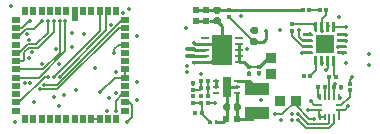
<source format=gbr>
G04 #@! TF.GenerationSoftware,KiCad,Pcbnew,(5.1.12)-1*
G04 #@! TF.CreationDate,2024-03-07T16:38:44+08:00*
G04 #@! TF.ProjectId,CM2_MesoScope,434d325f-4d65-4736-9f53-636f70652e6b,rev?*
G04 #@! TF.SameCoordinates,Original*
G04 #@! TF.FileFunction,Copper,L4,Bot*
G04 #@! TF.FilePolarity,Positive*
%FSLAX46Y46*%
G04 Gerber Fmt 4.6, Leading zero omitted, Abs format (unit mm)*
G04 Created by KiCad (PCBNEW (5.1.12)-1) date 2024-03-07 16:38:44*
%MOMM*%
%LPD*%
G01*
G04 APERTURE LIST*
G04 #@! TA.AperFunction,SMDPad,CuDef*
%ADD10R,0.610000X0.220000*%
G04 #@! TD*
G04 #@! TA.AperFunction,SMDPad,CuDef*
%ADD11R,0.220000X0.610000*%
G04 #@! TD*
G04 #@! TA.AperFunction,SMDPad,CuDef*
%ADD12R,1.500000X1.500000*%
G04 #@! TD*
G04 #@! TA.AperFunction,SMDPad,CuDef*
%ADD13R,0.310000X0.340000*%
G04 #@! TD*
G04 #@! TA.AperFunction,SMDPad,CuDef*
%ADD14R,0.340000X0.310000*%
G04 #@! TD*
G04 #@! TA.AperFunction,SMDPad,CuDef*
%ADD15R,0.630000X0.580000*%
G04 #@! TD*
G04 #@! TA.AperFunction,SMDPad,CuDef*
%ADD16R,0.580000X0.630000*%
G04 #@! TD*
G04 #@! TA.AperFunction,SMDPad,CuDef*
%ADD17R,0.920000X0.890000*%
G04 #@! TD*
G04 #@! TA.AperFunction,SMDPad,CuDef*
%ADD18R,0.810000X0.870000*%
G04 #@! TD*
G04 #@! TA.AperFunction,SMDPad,CuDef*
%ADD19R,0.740000X0.500000*%
G04 #@! TD*
G04 #@! TA.AperFunction,SMDPad,CuDef*
%ADD20R,0.500000X0.740000*%
G04 #@! TD*
G04 #@! TA.AperFunction,SMDPad,CuDef*
%ADD21R,0.500000X1.248000*%
G04 #@! TD*
G04 #@! TA.AperFunction,SMDPad,CuDef*
%ADD22R,1.800000X2.500000*%
G04 #@! TD*
G04 #@! TA.AperFunction,SMDPad,CuDef*
%ADD23R,0.660000X0.260000*%
G04 #@! TD*
G04 #@! TA.AperFunction,SMDPad,CuDef*
%ADD24R,0.800000X1.700000*%
G04 #@! TD*
G04 #@! TA.AperFunction,SMDPad,CuDef*
%ADD25R,0.560000X0.260000*%
G04 #@! TD*
G04 #@! TA.AperFunction,SMDPad,CuDef*
%ADD26R,2.120000X1.090000*%
G04 #@! TD*
G04 #@! TA.AperFunction,ViaPad*
%ADD27C,0.350000*%
G04 #@! TD*
G04 #@! TA.AperFunction,Conductor*
%ADD28C,0.152400*%
G04 #@! TD*
G04 #@! TA.AperFunction,Conductor*
%ADD29C,0.254000*%
G04 #@! TD*
G04 #@! TA.AperFunction,Conductor*
%ADD30C,0.304800*%
G04 #@! TD*
G04 APERTURE END LIST*
D10*
X124054640Y-116434480D03*
X124054640Y-116834480D03*
D11*
X124099640Y-117479480D03*
X124499640Y-117479480D03*
X124899640Y-117479480D03*
X125299640Y-117479480D03*
X125699640Y-117479480D03*
D10*
X125744640Y-116834480D03*
X125744640Y-116434480D03*
D11*
X125699640Y-115789480D03*
X125299640Y-115789480D03*
X124899640Y-115789480D03*
X124499640Y-115789480D03*
X124099640Y-115789480D03*
D12*
X124507160Y-111270820D03*
G04 #@! TA.AperFunction,SMDPad,CuDef*
G36*
G01*
X122694660Y-110395820D02*
X123444660Y-110395820D01*
G75*
G02*
X123507160Y-110458320I0J-62500D01*
G01*
X123507160Y-110583320D01*
G75*
G02*
X123444660Y-110645820I-62500J0D01*
G01*
X122694660Y-110645820D01*
G75*
G02*
X122632160Y-110583320I0J62500D01*
G01*
X122632160Y-110458320D01*
G75*
G02*
X122694660Y-110395820I62500J0D01*
G01*
G37*
G04 #@! TD.AperFunction*
G04 #@! TA.AperFunction,SMDPad,CuDef*
G36*
G01*
X122694660Y-110895820D02*
X123444660Y-110895820D01*
G75*
G02*
X123507160Y-110958320I0J-62500D01*
G01*
X123507160Y-111083320D01*
G75*
G02*
X123444660Y-111145820I-62500J0D01*
G01*
X122694660Y-111145820D01*
G75*
G02*
X122632160Y-111083320I0J62500D01*
G01*
X122632160Y-110958320D01*
G75*
G02*
X122694660Y-110895820I62500J0D01*
G01*
G37*
G04 #@! TD.AperFunction*
G04 #@! TA.AperFunction,SMDPad,CuDef*
G36*
G01*
X122694660Y-111395820D02*
X123444660Y-111395820D01*
G75*
G02*
X123507160Y-111458320I0J-62500D01*
G01*
X123507160Y-111583320D01*
G75*
G02*
X123444660Y-111645820I-62500J0D01*
G01*
X122694660Y-111645820D01*
G75*
G02*
X122632160Y-111583320I0J62500D01*
G01*
X122632160Y-111458320D01*
G75*
G02*
X122694660Y-111395820I62500J0D01*
G01*
G37*
G04 #@! TD.AperFunction*
G04 #@! TA.AperFunction,SMDPad,CuDef*
G36*
G01*
X122694660Y-111895820D02*
X123444660Y-111895820D01*
G75*
G02*
X123507160Y-111958320I0J-62500D01*
G01*
X123507160Y-112083320D01*
G75*
G02*
X123444660Y-112145820I-62500J0D01*
G01*
X122694660Y-112145820D01*
G75*
G02*
X122632160Y-112083320I0J62500D01*
G01*
X122632160Y-111958320D01*
G75*
G02*
X122694660Y-111895820I62500J0D01*
G01*
G37*
G04 #@! TD.AperFunction*
G04 #@! TA.AperFunction,SMDPad,CuDef*
G36*
G01*
X123694660Y-112270820D02*
X123819660Y-112270820D01*
G75*
G02*
X123882160Y-112333320I0J-62500D01*
G01*
X123882160Y-113083320D01*
G75*
G02*
X123819660Y-113145820I-62500J0D01*
G01*
X123694660Y-113145820D01*
G75*
G02*
X123632160Y-113083320I0J62500D01*
G01*
X123632160Y-112333320D01*
G75*
G02*
X123694660Y-112270820I62500J0D01*
G01*
G37*
G04 #@! TD.AperFunction*
G04 #@! TA.AperFunction,SMDPad,CuDef*
G36*
G01*
X124194660Y-112270820D02*
X124319660Y-112270820D01*
G75*
G02*
X124382160Y-112333320I0J-62500D01*
G01*
X124382160Y-113083320D01*
G75*
G02*
X124319660Y-113145820I-62500J0D01*
G01*
X124194660Y-113145820D01*
G75*
G02*
X124132160Y-113083320I0J62500D01*
G01*
X124132160Y-112333320D01*
G75*
G02*
X124194660Y-112270820I62500J0D01*
G01*
G37*
G04 #@! TD.AperFunction*
G04 #@! TA.AperFunction,SMDPad,CuDef*
G36*
G01*
X124694660Y-112270820D02*
X124819660Y-112270820D01*
G75*
G02*
X124882160Y-112333320I0J-62500D01*
G01*
X124882160Y-113083320D01*
G75*
G02*
X124819660Y-113145820I-62500J0D01*
G01*
X124694660Y-113145820D01*
G75*
G02*
X124632160Y-113083320I0J62500D01*
G01*
X124632160Y-112333320D01*
G75*
G02*
X124694660Y-112270820I62500J0D01*
G01*
G37*
G04 #@! TD.AperFunction*
G04 #@! TA.AperFunction,SMDPad,CuDef*
G36*
G01*
X125194660Y-112270820D02*
X125319660Y-112270820D01*
G75*
G02*
X125382160Y-112333320I0J-62500D01*
G01*
X125382160Y-113083320D01*
G75*
G02*
X125319660Y-113145820I-62500J0D01*
G01*
X125194660Y-113145820D01*
G75*
G02*
X125132160Y-113083320I0J62500D01*
G01*
X125132160Y-112333320D01*
G75*
G02*
X125194660Y-112270820I62500J0D01*
G01*
G37*
G04 #@! TD.AperFunction*
G04 #@! TA.AperFunction,SMDPad,CuDef*
G36*
G01*
X125569660Y-111895820D02*
X126319660Y-111895820D01*
G75*
G02*
X126382160Y-111958320I0J-62500D01*
G01*
X126382160Y-112083320D01*
G75*
G02*
X126319660Y-112145820I-62500J0D01*
G01*
X125569660Y-112145820D01*
G75*
G02*
X125507160Y-112083320I0J62500D01*
G01*
X125507160Y-111958320D01*
G75*
G02*
X125569660Y-111895820I62500J0D01*
G01*
G37*
G04 #@! TD.AperFunction*
G04 #@! TA.AperFunction,SMDPad,CuDef*
G36*
G01*
X125569660Y-111395820D02*
X126319660Y-111395820D01*
G75*
G02*
X126382160Y-111458320I0J-62500D01*
G01*
X126382160Y-111583320D01*
G75*
G02*
X126319660Y-111645820I-62500J0D01*
G01*
X125569660Y-111645820D01*
G75*
G02*
X125507160Y-111583320I0J62500D01*
G01*
X125507160Y-111458320D01*
G75*
G02*
X125569660Y-111395820I62500J0D01*
G01*
G37*
G04 #@! TD.AperFunction*
G04 #@! TA.AperFunction,SMDPad,CuDef*
G36*
G01*
X125569660Y-110895820D02*
X126319660Y-110895820D01*
G75*
G02*
X126382160Y-110958320I0J-62500D01*
G01*
X126382160Y-111083320D01*
G75*
G02*
X126319660Y-111145820I-62500J0D01*
G01*
X125569660Y-111145820D01*
G75*
G02*
X125507160Y-111083320I0J62500D01*
G01*
X125507160Y-110958320D01*
G75*
G02*
X125569660Y-110895820I62500J0D01*
G01*
G37*
G04 #@! TD.AperFunction*
G04 #@! TA.AperFunction,SMDPad,CuDef*
G36*
G01*
X125569660Y-110395820D02*
X126319660Y-110395820D01*
G75*
G02*
X126382160Y-110458320I0J-62500D01*
G01*
X126382160Y-110583320D01*
G75*
G02*
X126319660Y-110645820I-62500J0D01*
G01*
X125569660Y-110645820D01*
G75*
G02*
X125507160Y-110583320I0J62500D01*
G01*
X125507160Y-110458320D01*
G75*
G02*
X125569660Y-110395820I62500J0D01*
G01*
G37*
G04 #@! TD.AperFunction*
G04 #@! TA.AperFunction,SMDPad,CuDef*
G36*
G01*
X125194660Y-109395820D02*
X125319660Y-109395820D01*
G75*
G02*
X125382160Y-109458320I0J-62500D01*
G01*
X125382160Y-110208320D01*
G75*
G02*
X125319660Y-110270820I-62500J0D01*
G01*
X125194660Y-110270820D01*
G75*
G02*
X125132160Y-110208320I0J62500D01*
G01*
X125132160Y-109458320D01*
G75*
G02*
X125194660Y-109395820I62500J0D01*
G01*
G37*
G04 #@! TD.AperFunction*
G04 #@! TA.AperFunction,SMDPad,CuDef*
G36*
G01*
X124694660Y-109395820D02*
X124819660Y-109395820D01*
G75*
G02*
X124882160Y-109458320I0J-62500D01*
G01*
X124882160Y-110208320D01*
G75*
G02*
X124819660Y-110270820I-62500J0D01*
G01*
X124694660Y-110270820D01*
G75*
G02*
X124632160Y-110208320I0J62500D01*
G01*
X124632160Y-109458320D01*
G75*
G02*
X124694660Y-109395820I62500J0D01*
G01*
G37*
G04 #@! TD.AperFunction*
G04 #@! TA.AperFunction,SMDPad,CuDef*
G36*
G01*
X124194660Y-109395820D02*
X124319660Y-109395820D01*
G75*
G02*
X124382160Y-109458320I0J-62500D01*
G01*
X124382160Y-110208320D01*
G75*
G02*
X124319660Y-110270820I-62500J0D01*
G01*
X124194660Y-110270820D01*
G75*
G02*
X124132160Y-110208320I0J62500D01*
G01*
X124132160Y-109458320D01*
G75*
G02*
X124194660Y-109395820I62500J0D01*
G01*
G37*
G04 #@! TD.AperFunction*
G04 #@! TA.AperFunction,SMDPad,CuDef*
G36*
G01*
X123694660Y-109395820D02*
X123819660Y-109395820D01*
G75*
G02*
X123882160Y-109458320I0J-62500D01*
G01*
X123882160Y-110208320D01*
G75*
G02*
X123819660Y-110270820I-62500J0D01*
G01*
X123694660Y-110270820D01*
G75*
G02*
X123632160Y-110208320I0J62500D01*
G01*
X123632160Y-109458320D01*
G75*
G02*
X123694660Y-109395820I62500J0D01*
G01*
G37*
G04 #@! TD.AperFunction*
D13*
X125447640Y-114113080D03*
X124897640Y-114113080D03*
D14*
X126605200Y-114633100D03*
X126605200Y-115183100D03*
D13*
X124486840Y-114956360D03*
X123936840Y-114956360D03*
X125851500Y-114969060D03*
X125301500Y-114969060D03*
D14*
X121753800Y-109608980D03*
X121753800Y-110158980D03*
D13*
X123211760Y-108428560D03*
X122661760Y-108428560D03*
X123273400Y-113973380D03*
X122723400Y-113973380D03*
X124087380Y-108426020D03*
X124637380Y-108426020D03*
D15*
X114488040Y-108417960D03*
X114488040Y-109307960D03*
X113599040Y-109307960D03*
X113599040Y-108417960D03*
G04 #@! TA.AperFunction,SMDPad,CuDef*
G36*
G01*
X115208560Y-109015860D02*
X115548560Y-109015860D01*
G75*
G02*
X115693560Y-109160860I0J-145000D01*
G01*
X115693560Y-109450860D01*
G75*
G02*
X115548560Y-109595860I-145000J0D01*
G01*
X115208560Y-109595860D01*
G75*
G02*
X115063560Y-109450860I0J145000D01*
G01*
X115063560Y-109160860D01*
G75*
G02*
X115208560Y-109015860I145000J0D01*
G01*
G37*
G04 #@! TD.AperFunction*
G04 #@! TA.AperFunction,SMDPad,CuDef*
G36*
G01*
X115208560Y-108125860D02*
X115548560Y-108125860D01*
G75*
G02*
X115693560Y-108270860I0J-145000D01*
G01*
X115693560Y-108560860D01*
G75*
G02*
X115548560Y-108705860I-145000J0D01*
G01*
X115208560Y-108705860D01*
G75*
G02*
X115063560Y-108560860I0J145000D01*
G01*
X115063560Y-108270860D01*
G75*
G02*
X115208560Y-108125860I145000J0D01*
G01*
G37*
G04 #@! TD.AperFunction*
D16*
X116182960Y-117606040D03*
X117072960Y-117606040D03*
G04 #@! TA.AperFunction,SMDPad,CuDef*
G36*
G01*
X116489560Y-116453440D02*
X116489560Y-116793440D01*
G75*
G02*
X116344560Y-116938440I-145000J0D01*
G01*
X116054560Y-116938440D01*
G75*
G02*
X115909560Y-116793440I0J145000D01*
G01*
X115909560Y-116453440D01*
G75*
G02*
X116054560Y-116308440I145000J0D01*
G01*
X116344560Y-116308440D01*
G75*
G02*
X116489560Y-116453440I0J-145000D01*
G01*
G37*
G04 #@! TD.AperFunction*
G04 #@! TA.AperFunction,SMDPad,CuDef*
G36*
G01*
X117379560Y-116453440D02*
X117379560Y-116793440D01*
G75*
G02*
X117234560Y-116938440I-145000J0D01*
G01*
X116944560Y-116938440D01*
G75*
G02*
X116799560Y-116793440I0J145000D01*
G01*
X116799560Y-116453440D01*
G75*
G02*
X116944560Y-116308440I145000J0D01*
G01*
X117234560Y-116308440D01*
G75*
G02*
X117379560Y-116453440I0J-145000D01*
G01*
G37*
G04 #@! TD.AperFunction*
D14*
X118068260Y-113236100D03*
X118068260Y-113786100D03*
X118957260Y-113233560D03*
X118957260Y-113783560D03*
D17*
X119958020Y-112480340D03*
X119958020Y-113810340D03*
D18*
X122055340Y-116096820D03*
X120695340Y-116096820D03*
D13*
X113546860Y-117142640D03*
X114096860Y-117142640D03*
X114041860Y-116312640D03*
X114591860Y-116312640D03*
D14*
X113326860Y-115722640D03*
X113326860Y-116272640D03*
D13*
X114031860Y-115052640D03*
X114581860Y-115052640D03*
X114031860Y-114412640D03*
X114581860Y-114412640D03*
D14*
X113326080Y-114607700D03*
X113326080Y-115157700D03*
D13*
X114581860Y-115682640D03*
X114031860Y-115682640D03*
D19*
X107571640Y-116937820D03*
X107571640Y-116237820D03*
X107571640Y-115537820D03*
X107571640Y-114837820D03*
X107571640Y-114137820D03*
X107571640Y-113437820D03*
X107571640Y-112737820D03*
X107571640Y-112037820D03*
X107571640Y-111337820D03*
X107571640Y-110637820D03*
X107571640Y-109937820D03*
X107571640Y-109237820D03*
D20*
X106836640Y-108502820D03*
X106136640Y-108502820D03*
X105436640Y-108502820D03*
X104736640Y-108502820D03*
X104036640Y-108502820D03*
D21*
X103336640Y-108756820D03*
D20*
X102636640Y-108502820D03*
X101936640Y-108502820D03*
X101236640Y-108502820D03*
X100536640Y-108502820D03*
X99836640Y-108502820D03*
X99136640Y-108502820D03*
D19*
X98401640Y-109237820D03*
X98401640Y-109937820D03*
X98401640Y-110637820D03*
X98401640Y-111337820D03*
X98401640Y-112037820D03*
X98401640Y-112737820D03*
X98401640Y-113437820D03*
X98401640Y-114137820D03*
X98401640Y-114837820D03*
X98401640Y-115537820D03*
X98401640Y-116237820D03*
X98401640Y-116937820D03*
D20*
X99136640Y-117672820D03*
X99836640Y-117672820D03*
X100536640Y-117672820D03*
X101236640Y-117672820D03*
X101936640Y-117672820D03*
X102636640Y-117672820D03*
X103336640Y-117672820D03*
X104036640Y-117672820D03*
X104736640Y-117672820D03*
X105436640Y-117672820D03*
X106136640Y-117672820D03*
X106836640Y-117672820D03*
D22*
X115802900Y-111812220D03*
D23*
X117232900Y-112812220D03*
X117232900Y-112312220D03*
X117232900Y-111812220D03*
X117232900Y-111312220D03*
X117232900Y-110812220D03*
X114372900Y-110812220D03*
X114372900Y-111312220D03*
X114372900Y-111812220D03*
X114372900Y-112312220D03*
X114372900Y-112812220D03*
D24*
X116211660Y-114954800D03*
D25*
X117091660Y-115454800D03*
X117091660Y-114954800D03*
X117091660Y-114454800D03*
X115331660Y-114454800D03*
X115331660Y-114954800D03*
X115331660Y-115454800D03*
D26*
X118759500Y-115122560D03*
X118759500Y-117152560D03*
G04 #@! TA.AperFunction,SMDPad,CuDef*
G36*
G01*
X113335180Y-112709080D02*
X113520180Y-112709080D01*
G75*
G02*
X113597680Y-112786580I0J-77500D01*
G01*
X113597680Y-112941580D01*
G75*
G02*
X113520180Y-113019080I-77500J0D01*
G01*
X113335180Y-113019080D01*
G75*
G02*
X113257680Y-112941580I0J77500D01*
G01*
X113257680Y-112786580D01*
G75*
G02*
X113335180Y-112709080I77500J0D01*
G01*
G37*
G04 #@! TD.AperFunction*
G04 #@! TA.AperFunction,SMDPad,CuDef*
G36*
G01*
X113335180Y-112159080D02*
X113520180Y-112159080D01*
G75*
G02*
X113597680Y-112236580I0J-77500D01*
G01*
X113597680Y-112391580D01*
G75*
G02*
X113520180Y-112469080I-77500J0D01*
G01*
X113335180Y-112469080D01*
G75*
G02*
X113257680Y-112391580I0J77500D01*
G01*
X113257680Y-112236580D01*
G75*
G02*
X113335180Y-112159080I77500J0D01*
G01*
G37*
G04 #@! TD.AperFunction*
G04 #@! TA.AperFunction,SMDPad,CuDef*
G36*
G01*
X113527800Y-111904020D02*
X113342800Y-111904020D01*
G75*
G02*
X113265300Y-111826520I0J77500D01*
G01*
X113265300Y-111671520D01*
G75*
G02*
X113342800Y-111594020I77500J0D01*
G01*
X113527800Y-111594020D01*
G75*
G02*
X113605300Y-111671520I0J-77500D01*
G01*
X113605300Y-111826520D01*
G75*
G02*
X113527800Y-111904020I-77500J0D01*
G01*
G37*
G04 #@! TD.AperFunction*
G04 #@! TA.AperFunction,SMDPad,CuDef*
G36*
G01*
X113527800Y-111354020D02*
X113342800Y-111354020D01*
G75*
G02*
X113265300Y-111276520I0J77500D01*
G01*
X113265300Y-111121520D01*
G75*
G02*
X113342800Y-111044020I77500J0D01*
G01*
X113527800Y-111044020D01*
G75*
G02*
X113605300Y-111121520I0J-77500D01*
G01*
X113605300Y-111276520D01*
G75*
G02*
X113527800Y-111354020I-77500J0D01*
G01*
G37*
G04 #@! TD.AperFunction*
G04 #@! TA.AperFunction,SMDPad,CuDef*
G36*
G01*
X115180900Y-118013040D02*
X115180900Y-117828040D01*
G75*
G02*
X115258400Y-117750540I77500J0D01*
G01*
X115413400Y-117750540D01*
G75*
G02*
X115490900Y-117828040I0J-77500D01*
G01*
X115490900Y-118013040D01*
G75*
G02*
X115413400Y-118090540I-77500J0D01*
G01*
X115258400Y-118090540D01*
G75*
G02*
X115180900Y-118013040I0J77500D01*
G01*
G37*
G04 #@! TD.AperFunction*
G04 #@! TA.AperFunction,SMDPad,CuDef*
G36*
G01*
X114630900Y-118013040D02*
X114630900Y-117828040D01*
G75*
G02*
X114708400Y-117750540I77500J0D01*
G01*
X114863400Y-117750540D01*
G75*
G02*
X114940900Y-117828040I0J-77500D01*
G01*
X114940900Y-118013040D01*
G75*
G02*
X114863400Y-118090540I-77500J0D01*
G01*
X114708400Y-118090540D01*
G75*
G02*
X114630900Y-118013040I0J77500D01*
G01*
G37*
G04 #@! TD.AperFunction*
G04 #@! TA.AperFunction,SMDPad,CuDef*
G36*
G01*
X118368200Y-110808040D02*
X118713200Y-110808040D01*
G75*
G02*
X118860700Y-110955540I0J-147500D01*
G01*
X118860700Y-111250540D01*
G75*
G02*
X118713200Y-111398040I-147500J0D01*
G01*
X118368200Y-111398040D01*
G75*
G02*
X118220700Y-111250540I0J147500D01*
G01*
X118220700Y-110955540D01*
G75*
G02*
X118368200Y-110808040I147500J0D01*
G01*
G37*
G04 #@! TD.AperFunction*
G04 #@! TA.AperFunction,SMDPad,CuDef*
G36*
G01*
X118368200Y-109838040D02*
X118713200Y-109838040D01*
G75*
G02*
X118860700Y-109985540I0J-147500D01*
G01*
X118860700Y-110280540D01*
G75*
G02*
X118713200Y-110428040I-147500J0D01*
G01*
X118368200Y-110428040D01*
G75*
G02*
X118220700Y-110280540I0J147500D01*
G01*
X118220700Y-109985540D01*
G75*
G02*
X118368200Y-109838040I147500J0D01*
G01*
G37*
G04 #@! TD.AperFunction*
D14*
X116416860Y-108967640D03*
X116416860Y-108417640D03*
D27*
X126061640Y-112032820D03*
X125855900Y-114971600D03*
X126450260Y-116566720D03*
X121766500Y-117747820D03*
X120692080Y-115825040D03*
X116417260Y-111728020D03*
X117458660Y-108916240D03*
X117882840Y-111735640D03*
X113326080Y-114656640D03*
X103084840Y-111517220D03*
X101992640Y-113015820D03*
X100544840Y-112965020D03*
X101713240Y-111720420D03*
X116211660Y-115412000D03*
X116211660Y-114421400D03*
X106148040Y-117673420D03*
X101220440Y-108504020D03*
X104725640Y-108504020D03*
X104039840Y-108504020D03*
X99086840Y-114625420D03*
X98274040Y-117851220D03*
X101916400Y-117664000D03*
X103476640Y-115158820D03*
X106818640Y-113648020D03*
X105078450Y-113355420D03*
X106376640Y-109697820D03*
X107776040Y-117876620D03*
X106844028Y-115416608D03*
X106656640Y-112057820D03*
X104736640Y-117672820D03*
X106920240Y-108672420D03*
X103135640Y-110374220D03*
X97954840Y-108088220D03*
X102424440Y-115632020D03*
X117075360Y-114954800D03*
X114485860Y-109307960D03*
X114581860Y-115052640D03*
X113556860Y-117105140D03*
X113435300Y-111199020D03*
X123092382Y-116835960D03*
X124486840Y-114956360D03*
X122558280Y-112020820D03*
X124082980Y-108428560D03*
X125756840Y-115882780D03*
X115331660Y-114454800D03*
X115331660Y-114954800D03*
X115352260Y-108417960D03*
X122652200Y-108417640D03*
X122315140Y-110082100D03*
X106794040Y-116952820D03*
X98401640Y-116937820D03*
X120735260Y-110084640D03*
X119952940Y-112484940D03*
X114055060Y-113818440D03*
X113321000Y-115151940D03*
X117091660Y-116448580D03*
X121768660Y-117244900D03*
X114051040Y-116321820D03*
X123333680Y-116150160D03*
X126297860Y-112898960D03*
X122716460Y-113973380D03*
X123300660Y-110478340D03*
X114034740Y-115670100D03*
X101931640Y-108580220D03*
X99569440Y-114549220D03*
X107498640Y-112745820D03*
X106198840Y-115819220D03*
X107911640Y-108342224D03*
X112878360Y-112314080D03*
X108622000Y-110605360D03*
X118548320Y-110125280D03*
X101054634Y-114039414D03*
X100712440Y-114752424D03*
X100356840Y-115082618D03*
X118068260Y-113782880D03*
X102054640Y-114039406D03*
X102043400Y-116546400D03*
X108573740Y-116063800D03*
X112855938Y-113696520D03*
X122268660Y-117744900D03*
X122269420Y-117244900D03*
X118947100Y-113790500D03*
X101554640Y-114039438D03*
X101561640Y-115784420D03*
X108586440Y-114542340D03*
X112838400Y-113119940D03*
X119074100Y-116020620D03*
X102554640Y-109369422D03*
X102054640Y-109369426D03*
X101554640Y-109369422D03*
X101054640Y-109369422D03*
X100554640Y-109369406D03*
X99546840Y-109367620D03*
X98401640Y-109237820D03*
X99315440Y-110459820D03*
X99136640Y-108502820D03*
X99469642Y-110954420D03*
X99836640Y-108502820D03*
X99696440Y-111958420D03*
X100536640Y-108502820D03*
X99442440Y-112466420D03*
X104050040Y-117613220D03*
X99848840Y-116200220D03*
X103328640Y-108580220D03*
X102642840Y-108580220D03*
X98496640Y-111323420D03*
X105513040Y-115336620D03*
X102627640Y-117613220D03*
X103338840Y-117613220D03*
X107504440Y-112050620D03*
X107447038Y-108650991D03*
X106108240Y-116952820D03*
X112874640Y-111749020D03*
X113315920Y-115698040D03*
X115241240Y-116307640D03*
X125731440Y-109033080D03*
X119495740Y-110165920D03*
X124573200Y-113488240D03*
X126795700Y-114113080D03*
X119970720Y-113798120D03*
X120770820Y-117745280D03*
X120267900Y-117244900D03*
X123577520Y-117608120D03*
X125355520Y-114684580D03*
X124044320Y-115734160D03*
X124253160Y-112888800D03*
X104143980Y-110445320D03*
X124753540Y-109782380D03*
X112734260Y-109899220D03*
X124263320Y-110178620D03*
X128263820Y-113102160D03*
X126338360Y-109833320D03*
X128294300Y-112093780D03*
X126348660Y-110518980D03*
X126341040Y-111034600D03*
X125596820Y-111507040D03*
D28*
X104736640Y-117672820D02*
X105436640Y-117672820D01*
X108154640Y-117498020D02*
X107776040Y-117876620D01*
X108154640Y-116454220D02*
X108154640Y-117498020D01*
X107571640Y-116237820D02*
X107938240Y-116237820D01*
X107938240Y-116237820D02*
X108154640Y-116454220D01*
X107049240Y-111337820D02*
X106681440Y-111705620D01*
X106681440Y-111705620D02*
X106681440Y-112085420D01*
X107571640Y-111337820D02*
X107049240Y-111337820D01*
D29*
X113599040Y-109307960D02*
X114485860Y-109307960D01*
X114869500Y-112814620D02*
X115869500Y-111814620D01*
X114439500Y-112814620D02*
X114869500Y-112814620D01*
D28*
X106836640Y-108502820D02*
X106920240Y-108586420D01*
X106920240Y-108586420D02*
X106920240Y-108672420D01*
D29*
X114775660Y-109307960D02*
X115352260Y-109307960D01*
X116199560Y-116623440D02*
X116199560Y-117589440D01*
X117091660Y-114954800D02*
X117075360Y-114954800D01*
X117075360Y-114954800D02*
X116211660Y-114954800D01*
X114485860Y-109307960D02*
X114485860Y-109307960D01*
X115302900Y-111312220D02*
X115802900Y-111812220D01*
X114372900Y-111312220D02*
X115302900Y-111312220D01*
D28*
X114581860Y-114412640D02*
X114581860Y-115052640D01*
X114581860Y-115052640D02*
X114581860Y-115682640D01*
D29*
X116178340Y-117610660D02*
X116182960Y-117606040D01*
X116211660Y-114954800D02*
X116211660Y-116611340D01*
X115802900Y-109730200D02*
X115378560Y-109305860D01*
X115802900Y-111812220D02*
X115802900Y-109730200D01*
D28*
X114581860Y-115052640D02*
X114581860Y-115052640D01*
D29*
X115868460Y-117920540D02*
X116182960Y-117606040D01*
X115335900Y-117920540D02*
X115868460Y-117920540D01*
X113548500Y-111312220D02*
X113435300Y-111199020D01*
X114372900Y-111312220D02*
X113548500Y-111312220D01*
X113479540Y-112812220D02*
X113427680Y-112864080D01*
X114372900Y-112812220D02*
X113479540Y-112812220D01*
X113435300Y-111199020D02*
X113435300Y-111199020D01*
X116211660Y-116611340D02*
X116199560Y-116623440D01*
D28*
X124462120Y-114956360D02*
X124462120Y-114956360D01*
X124054640Y-116834480D02*
X123093862Y-116834480D01*
X123093862Y-116834480D02*
X123092382Y-116835960D01*
X124499640Y-114969160D02*
X124486840Y-114956360D01*
X124499640Y-115789480D02*
X124499640Y-114969160D01*
X124486840Y-114956360D02*
X124486840Y-114956360D01*
X123069660Y-112020820D02*
X122558280Y-112020820D01*
X122558280Y-112020820D02*
X122558280Y-112020820D01*
X124084840Y-108428560D02*
X124087380Y-108426020D01*
X123211760Y-108428560D02*
X124082980Y-108428560D01*
X124082980Y-108428560D02*
X124084840Y-108428560D01*
X124054640Y-117434480D02*
X124099640Y-117479480D01*
X124054640Y-116834480D02*
X124054640Y-117434480D01*
X124099640Y-117479480D02*
X124499640Y-117479480D01*
X125744640Y-117434480D02*
X125699640Y-117479480D01*
X125744640Y-116834480D02*
X125744640Y-117434480D01*
X126182500Y-116834480D02*
X126450260Y-116566720D01*
X125744640Y-116834480D02*
X126182500Y-116834480D01*
D29*
X113599040Y-108417960D02*
X115352260Y-108417960D01*
X115331660Y-114954800D02*
X115331660Y-114954800D01*
X115331660Y-114454800D02*
X115331660Y-114954800D01*
X113513960Y-108503040D02*
X113599040Y-108417960D01*
X116415080Y-108415860D02*
X116416860Y-108417640D01*
X115378560Y-108415860D02*
X116415080Y-108415860D01*
X115352260Y-108417960D02*
X115352260Y-108417960D01*
X116416860Y-108417640D02*
X121734260Y-108417640D01*
X121734260Y-108417640D02*
X122652200Y-108417640D01*
X122652200Y-108417640D02*
X122652200Y-108417640D01*
D28*
X122632160Y-111020820D02*
X122315140Y-110703800D01*
X123069660Y-111020820D02*
X122632160Y-111020820D01*
X122315140Y-110703800D02*
X122315140Y-110082100D01*
X122315140Y-110082100D02*
X122315140Y-110082100D01*
X107571640Y-115537820D02*
X107304656Y-115537820D01*
X106794040Y-116121133D02*
X106794040Y-116952820D01*
X107377353Y-115537820D02*
X106794040Y-116121133D01*
X107571640Y-115537820D02*
X107377353Y-115537820D01*
X98350240Y-116989220D02*
X98401640Y-116937820D01*
D29*
X117232900Y-112812220D02*
X117232900Y-112812220D01*
X117232900Y-111312220D02*
X117232900Y-111812220D01*
X117232900Y-111812220D02*
X117232900Y-112312220D01*
X117089560Y-116623440D02*
X117089560Y-117589440D01*
X117232900Y-112812220D02*
X117232900Y-112409060D01*
D28*
X114031860Y-115052640D02*
X114031860Y-114412640D01*
X113932560Y-115151940D02*
X114031860Y-115052640D01*
X113321000Y-115151940D02*
X113932560Y-115151940D01*
X114001860Y-116272640D02*
X114041860Y-116312640D01*
X113326860Y-116272640D02*
X114001860Y-116272640D01*
X114096860Y-116367640D02*
X114051040Y-116321820D01*
X114096860Y-117142640D02*
X114096860Y-116367640D01*
D29*
X118306020Y-117606040D02*
X118759500Y-117152560D01*
X117072960Y-117606040D02*
X118306020Y-117606040D01*
X117091660Y-116621340D02*
X117089560Y-116623440D01*
X117091660Y-115454800D02*
X117091660Y-116448580D01*
D28*
X114042150Y-116312930D02*
X114041860Y-116312640D01*
D29*
X117091660Y-116448580D02*
X117091660Y-116621340D01*
D28*
X114096860Y-117230820D02*
X114786580Y-117920540D01*
X114096860Y-117142640D02*
X114096860Y-117230820D01*
X118954720Y-113236100D02*
X118957260Y-113233560D01*
X118337500Y-113236100D02*
X118954720Y-113236100D01*
D29*
X119705880Y-112484940D02*
X118957260Y-113233560D01*
X119952940Y-112484940D02*
X119705880Y-112484940D01*
D28*
X118337500Y-113236100D02*
X118068260Y-113236100D01*
D29*
X117644380Y-112812220D02*
X118068260Y-113236100D01*
X117232900Y-112812220D02*
X117644380Y-112812220D01*
D28*
X114051040Y-116321820D02*
X114042150Y-116312930D01*
X124054640Y-116434480D02*
X123618000Y-116434480D01*
X123618000Y-116434480D02*
X123333680Y-116150160D01*
D29*
X113428220Y-112314620D02*
X113427680Y-112314080D01*
X114439500Y-112314620D02*
X113428220Y-112314620D01*
D30*
X113427680Y-112314080D02*
X112878360Y-112314080D01*
X112878360Y-112314080D02*
X112878360Y-112314080D01*
D28*
X100807147Y-114039414D02*
X101054634Y-114039414D01*
X98401640Y-116237820D02*
X98608741Y-116237820D01*
X98608741Y-116237820D02*
X100807147Y-114039414D01*
X101848923Y-114752424D02*
X100712440Y-114752424D01*
X107363527Y-109237820D02*
X101848923Y-114752424D01*
X107571640Y-109237820D02*
X107363527Y-109237820D01*
X100382242Y-115108020D02*
X100356840Y-115082618D01*
X101879040Y-115108020D02*
X100382242Y-115108020D01*
X107571640Y-109937820D02*
X107049240Y-109937820D01*
X107049240Y-109937820D02*
X101879040Y-115108020D01*
X106136640Y-108502820D02*
X105995640Y-108643820D01*
X105995640Y-110098406D02*
X102054640Y-114039406D01*
X105995640Y-108643820D02*
X105995640Y-110098406D01*
X125299640Y-117936880D02*
X124863860Y-118372660D01*
X125299640Y-117479480D02*
X125299640Y-117936880D01*
X122896420Y-118372660D02*
X122268660Y-117744900D01*
X124863860Y-118372660D02*
X122896420Y-118372660D01*
X105436640Y-110157438D02*
X101554640Y-114039438D01*
X105436640Y-108502820D02*
X105436640Y-110157438D01*
X122269420Y-117244900D02*
X123084760Y-118060240D01*
X124899640Y-117936880D02*
X124899640Y-117479480D01*
X124776280Y-118060240D02*
X124899640Y-117936880D01*
X123084760Y-118060240D02*
X124776280Y-118060240D01*
X98401640Y-114137820D02*
X100315465Y-114137820D01*
X102554640Y-111898645D02*
X102554640Y-109369422D01*
X100315465Y-114137820D02*
X102554640Y-111898645D01*
X102054640Y-111539674D02*
X102054640Y-109369426D01*
X102066041Y-111551075D02*
X102054640Y-111539674D01*
X100656240Y-113437820D02*
X102054640Y-112039420D01*
X98401640Y-113437820D02*
X100656240Y-113437820D01*
X102054640Y-111901166D02*
X102066041Y-111889765D01*
X102054640Y-112039420D02*
X102054640Y-111901166D01*
X102066041Y-111889765D02*
X102066041Y-111551075D01*
X98419040Y-112720420D02*
X98659082Y-112720420D01*
X98924040Y-112737820D02*
X98401640Y-112737820D01*
X99061440Y-112600420D02*
X98924040Y-112737820D01*
X101554640Y-110278020D02*
X100229840Y-111602820D01*
X99061440Y-111983820D02*
X99061440Y-112600420D01*
X101554640Y-109369422D02*
X101554640Y-110278020D01*
X100229840Y-111602820D02*
X99442440Y-111602820D01*
X99442440Y-111602820D02*
X99061440Y-111983820D01*
X101054640Y-110320820D02*
X101054640Y-109369422D01*
X98401640Y-112037820D02*
X98404840Y-112034620D01*
X98404840Y-112034620D02*
X98644882Y-112034620D01*
X98644882Y-112034620D02*
X99356082Y-111323420D01*
X99356082Y-111323420D02*
X100052040Y-111323420D01*
X100052040Y-111323420D02*
X101054640Y-110320820D01*
X98604040Y-110637820D02*
X98401640Y-110637820D01*
X99213840Y-110028020D02*
X98604040Y-110637820D01*
X100554640Y-109369406D02*
X99896026Y-110028020D01*
X99896026Y-110028020D02*
X99213840Y-110028020D01*
X98872240Y-109937820D02*
X98401640Y-109937820D01*
X99546840Y-109367620D02*
X99442440Y-109367620D01*
X99442440Y-109367620D02*
X98872240Y-109937820D01*
X102636640Y-117672820D02*
X102627640Y-117613220D01*
X102642240Y-117672820D02*
X102642840Y-117673420D01*
X103336640Y-117672820D02*
X103338840Y-117613220D01*
X103336640Y-117868620D02*
X103328640Y-117876620D01*
X102627640Y-117613220D02*
X102642240Y-117672820D01*
X103338840Y-117613220D02*
X103336640Y-117868620D01*
X107571640Y-113437820D02*
X107571640Y-114137820D01*
X106711840Y-114137820D02*
X105513040Y-115336620D01*
X107571640Y-114137820D02*
X106711840Y-114137820D01*
D29*
X113498500Y-111812220D02*
X113435300Y-111749020D01*
X114372900Y-111812220D02*
X113498500Y-111812220D01*
D30*
X113435300Y-111749020D02*
X112874640Y-111749020D01*
X112874640Y-111749020D02*
X112874640Y-111749020D01*
D28*
X115236240Y-116312640D02*
X115241240Y-116307640D01*
X114591860Y-116312640D02*
X115236240Y-116312640D01*
D29*
X118091740Y-114454800D02*
X117091660Y-114454800D01*
X118759500Y-115122560D02*
X118091740Y-114454800D01*
X125731440Y-109033080D02*
X125731440Y-109033080D01*
X119495740Y-110879660D02*
X119495740Y-110165920D01*
X119272360Y-111103040D02*
X119495740Y-110879660D01*
X118540700Y-111103040D02*
X119272360Y-111103040D01*
D28*
X118540700Y-111091480D02*
X116416860Y-108967640D01*
X118540700Y-111103040D02*
X118540700Y-111091480D01*
D29*
X119495740Y-110165920D02*
X119495740Y-110165920D01*
D28*
X126605200Y-114633100D02*
X126605200Y-114303580D01*
X126605200Y-114303580D02*
X126795700Y-114113080D01*
X126795700Y-114113080D02*
X126795700Y-114113080D01*
X124757160Y-113304280D02*
X124573200Y-113488240D01*
X124757160Y-112708320D02*
X124757160Y-113304280D01*
X122632160Y-111520820D02*
X121753800Y-110642460D01*
X121753800Y-110642460D02*
X121753800Y-110158980D01*
X123069660Y-111520820D02*
X122632160Y-111520820D01*
X123757160Y-113489620D02*
X123273400Y-113973380D01*
X123757160Y-112708320D02*
X123757160Y-113489620D01*
X123755440Y-109835040D02*
X123757160Y-109833320D01*
X123532820Y-109608980D02*
X123757160Y-109833320D01*
X121753800Y-109608980D02*
X123532820Y-109608980D01*
X120907260Y-117244900D02*
X122055340Y-116096820D01*
X120267900Y-117244900D02*
X120907260Y-117244900D01*
X122055340Y-116096820D02*
X122055340Y-116477100D01*
X122055340Y-116477100D02*
X123186360Y-117608120D01*
X123186360Y-117608120D02*
X123577520Y-117608120D01*
X123577520Y-117608120D02*
X123577520Y-117608120D01*
X125301500Y-115787620D02*
X125299640Y-115789480D01*
X125301500Y-114969060D02*
X125301500Y-115787620D01*
X125301500Y-114969060D02*
X125301500Y-114738600D01*
X125301500Y-114738600D02*
X125355520Y-114684580D01*
X123936840Y-115626680D02*
X124044320Y-115734160D01*
X123936840Y-114956360D02*
X123936840Y-115626680D01*
X124044320Y-115734160D02*
X124099640Y-115789480D01*
X125909400Y-116434480D02*
X125744640Y-116434480D01*
X126605200Y-115738680D02*
X125909400Y-116434480D01*
X126605200Y-115183100D02*
X126605200Y-115738680D01*
X125257160Y-113922600D02*
X125447640Y-114113080D01*
X125257160Y-112708320D02*
X125257160Y-113922600D01*
X124899640Y-114128960D02*
X124896460Y-114125780D01*
X124899640Y-115789480D02*
X124899640Y-114128960D01*
X124257160Y-109833320D02*
X124257160Y-109206880D01*
X124637380Y-108826660D02*
X124637380Y-108426020D01*
X124257160Y-109206880D02*
X124637380Y-108826660D01*
X125257160Y-109833320D02*
X126338360Y-109833320D01*
X126338360Y-109833320D02*
X126338360Y-109833320D01*
X126346820Y-110520820D02*
X126348660Y-110518980D01*
X125944660Y-110520820D02*
X126346820Y-110520820D01*
M02*

</source>
